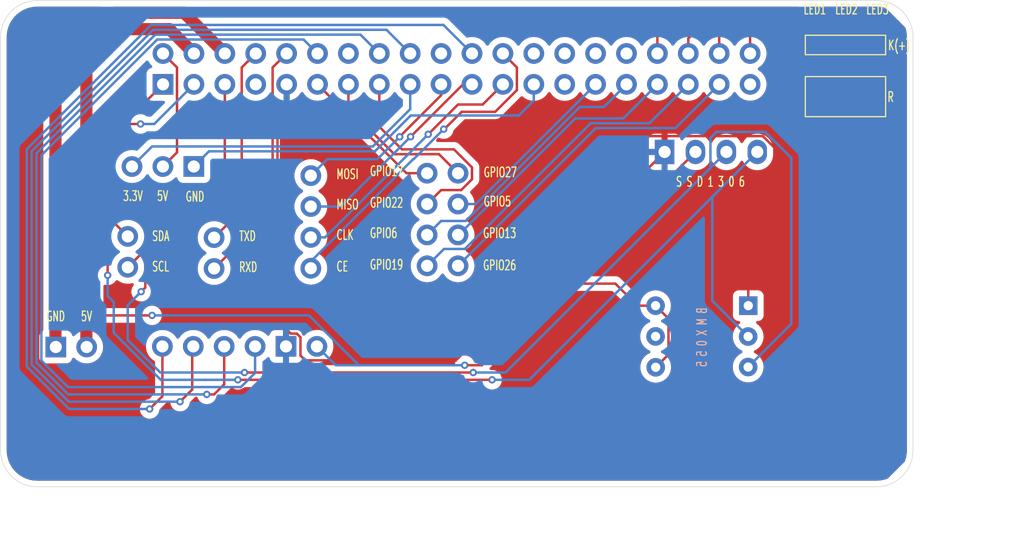
<source format=kicad_pcb>
(kicad_pcb (version 20240108) (generator "pcbnew") (generator_version "8.0")
  (layers (0 "F.Cu" signal) (31 "B.Cu" signal) (34 "B.Paste" user) (35 "F.Paste" user) (36 "B.SilkS" user "B.Silkscreen") (37 "F.SilkS" user "F.Silkscreen") (38 "B.Mask" user) (39 "F.Mask" user) (44 "Edge.Cuts" user))
  (net 0 "")
  (net 1 "/SDA")
  (net 2 "/VCC")
  (net 3 "/GND")
  (net 4 "/SCL")
  (net 5 "/GND_LED")
  (net 6 "Net-(D1-K)")
  (net 7 "Net-(D2-K)")
  (net 8 "Net-(D3-K)")
  (net 9 "/GND_IN")
  (net 10 "/5v_IN")
  (net 11 "/BIN2")
  (net 12 "/AIN1")
  (net 13 "/BIN1")
  (net 14 "/AIN2")
  (net 15 "/TXD")
  (net 16 "/RXD")
  (net 17 "/3.3V_OUT")
  (net 18 "/5V_OUT")
  (net 19 "/GND_OUT")
  (net 20 "/CE")
  (net 21 "/CLK")
  (net 22 "/MOSI")
  (net 23 "/MISO")
  (net 24 "/GP13")
  (net 25 "/GP27")
  (net 26 "/GP26")
  (net 27 "/GP17")
  (net 28 "/GP22")
  (net 29 "/GP6")
  (net 30 "/GP5")
  (net 31 "/GP19")
  (net 32 "/LED1")
  (net 33 "/LED2")
  (net 34 "/LED3")
  (footprint "Connector_PinHeader_2.54mm:PinHeader_2x04_P2.54mm_Vertical" (layer "F.Cu") (at 157.41 63.8)
    (property "Reference" "J7" (hide yes))
    (property "Value" "Conn_01x08_Pin" (hide yes))
    (pad "1" thru_hole oval (at 0 0) (size 1.7 1.7) (drill 1) (layers "*.Cu" "*.Mask") (net 27 "/GP17"))
    (pad "2" thru_hole oval (at 2.54 0) (size 1.7 1.7) (drill 1) (layers "*.Cu" "*.Mask") (net 25 "/GP27"))
    (pad "3" thru_hole oval (at 0 2.54) (size 1.7 1.7) (drill 1) (layers "*.Cu" "*.Mask") (net 28 "/GP22"))
    (pad "4" thru_hole oval (at 2.54 2.54) (size 1.7 1.7) (drill 1) (layers "*.Cu" "*.Mask") (net 30 "/GP5"))
    (pad "5" thru_hole oval (at 0 5.08) (size 1.7 1.7) (drill 1) (layers "*.Cu" "*.Mask") (net 29 "/GP6"))
    (pad "6" thru_hole oval (at 2.54 5.08) (size 1.7 1.7) (drill 1) (layers "*.Cu" "*.Mask") (net 24 "/GP13"))
    (pad "7" thru_hole oval (at 0 7.62) (size 1.7 1.7) (drill 1) (layers "*.Cu" "*.Mask") (net 31 "/GP19"))
    (pad "8" thru_hole oval (at 2.54 7.62) (size 1.7 1.7) (drill 1) (layers "*.Cu" "*.Mask") (net 26 "/GP26"))
  )
  (footprint "Connector_PinHeader_2.54mm:PinHeader_1x04_P2.54mm_Vertical" (layer "F.Cu") (at 147.85 64)
    (property "Reference" "J6" (hide yes))
    (property "Value" "Conn_01x04_Pin" (hide yes))
    (pad "1" thru_hole oval (at 0 0) (size 1.7 1.7) (drill 1) (layers "*.Cu" "*.Mask") (net 22 "/MOSI"))
    (pad "2" thru_hole oval (at 0 2.54) (size 1.7 1.7) (drill 1) (layers "*.Cu" "*.Mask") (net 23 "/MISO"))
    (pad "3" thru_hole oval (at 0 5.08) (size 1.7 1.7) (drill 1) (layers "*.Cu" "*.Mask") (net 21 "/CLK"))
    (pad "4" thru_hole oval (at 0 7.62) (size 1.7 1.7) (drill 1) (layers "*.Cu" "*.Mask") (net 20 "/CE"))
  )
  (footprint "Connector_PinHeader_2.54mm:PinHeader_1x03_P2.54mm_Vertical" (layer "F.Cu") (at 133.15 63.25 90)
    (property "Reference" "J5" (hide yes))
    (property "Value" "Conn_01x03_Pin" (hide yes))
    (pad "1" thru_hole circle (at 0 0 90) (size 1.7 1.7) (drill 1) (layers "*.Cu" "*.Mask") (net 17 "/3.3V_OUT"))
    (pad "2" thru_hole oval (at 0 2.54 90) (size 1.7 1.7) (drill 1) (layers "*.Cu" "*.Mask") (net 18 "/5V_OUT"))
    (pad "3" thru_hole rect (at 0 5.08 90) (size 1.7 1.7) (drill 1) (layers "*.Cu" "*.Mask") (net 19 "/GND_OUT"))
  )
  (footprint "SSD1306:128x64OLED" (layer "F.Cu") (at 180.55 72.65)
    (property "Reference" "Brd1" (hide yes))
    (property "Value" "SSD1306" (hide yes))
    (pad "1" thru_hole rect (at -3.62 -10.6 90) (size 2 1.6) (drill 1) (layers "*.Cu" "*.Mask") (net 3 "/GND"))
    (pad "2" thru_hole oval (at -1.08 -10.6 90) (size 2 1.6) (drill 1) (layers "*.Cu" "*.Mask") (net 2 "/VCC"))
    (pad "3" thru_hole oval (at 1.46 -10.6 90) (size 2 1.6) (drill 1) (layers "*.Cu" "*.Mask") (net 4 "/SCL"))
    (pad "4" thru_hole oval (at 4 -10.6 90) (size 2 1.6) (drill 1) (layers "*.Cu" "*.Mask") (net 1 "/SDA"))
  )
  (footprint "LED_SMD:LED_0603_1608Metric_Pad1.05x0.95mm_HandSolder" (layer "F.Cu") (at 189.21 52.425 90)
    (property "Reference" "D1" (hide yes))
    (property "Value" "LED" (hide yes))
    (pad "1" smd roundrect (at -0.875 0 90) (size 1.05 0.95) (layers "F.Cu" "F.Paste" "F.Mask") (net 6 "Net-(D1-K)"))
    (pad "2" smd roundrect (at 0.875 0 90) (size 1.05 0.95) (layers "F.Cu" "F.Paste" "F.Mask") (net 5 "/GND_LED"))
  )
  (footprint "Resistor_SMD:R_0603_1608Metric_Pad0.98x0.95mm_HandSolder" (layer "F.Cu") (at 189.2 57.5125 -90)
    (property "Reference" "R1" (hide yes))
    (property "Value" "R" (hide yes))
    (pad "1" smd roundrect (at -0.9125 0 270) (size 0.975 0.95) (layers "F.Cu" "F.Paste" "F.Mask") (net 6 "Net-(D1-K)"))
    (pad "2" smd roundrect (at 0.9125 0 270) (size 0.975 0.95) (layers "F.Cu" "F.Paste" "F.Mask") (net 32 "/LED1"))
  )
  (footprint "Connector_PinHeader_2.54mm:PinHeader_1x02_P2.54mm_Vertical" (layer "F.Cu") (at 132.8 69)
    (property "Reference" "J3" (hide yes))
    (property "Value" "Conn_01x02_Pin" (hide yes))
    (pad "1" thru_hole oval (at 0 0) (size 1.7 1.7) (drill 1) (layers "*.Cu" "*.Mask") (net 1 "/SDA"))
    (pad "2" thru_hole oval (at 0 2.54) (size 1.7 1.7) (drill 1) (layers "*.Cu" "*.Mask") (net 4 "/SCL"))
  )
  (footprint "Resistor_SMD:R_0603_1608Metric_Pad0.98x0.95mm_HandSolder" (layer "F.Cu") (at 191.8 57.5125 -90)
    (property "Reference" "R2" (hide yes))
    (property "Value" "R" (hide yes))
    (pad "1" smd roundrect (at -0.9125 0 270) (size 0.975 0.95) (layers "F.Cu" "F.Paste" "F.Mask") (net 7 "Net-(D2-K)"))
    (pad "2" smd roundrect (at 0.9125 0 270) (size 0.975 0.95) (layers "F.Cu" "F.Paste" "F.Mask") (net 33 "/LED2"))
  )
  (footprint "Resistor_SMD:R_0603_1608Metric_Pad0.98x0.95mm_HandSolder" (layer "F.Cu") (at 194.35 57.5125 -90)
    (property "Reference" "R3" (hide yes))
    (property "Value" "R" (hide yes))
    (pad "1" smd roundrect (at -0.9125 0 270) (size 0.975 0.95) (layers "F.Cu" "F.Paste" "F.Mask") (net 8 "Net-(D3-K)"))
    (pad "2" smd roundrect (at 0.9125 0 270) (size 0.975 0.95) (layers "F.Cu" "F.Paste" "F.Mask") (net 34 "/LED3"))
  )
  (footprint "LED_SMD:LED_0603_1608Metric_Pad1.05x0.95mm_HandSolder" (layer "F.Cu") (at 191.8 52.425 90)
    (property "Reference" "D2" (hide yes))
    (property "Value" "LED" (hide yes))
    (pad "1" smd roundrect (at -0.875 0 90) (size 1.05 0.95) (layers "F.Cu" "F.Paste" "F.Mask") (net 7 "Net-(D2-K)"))
    (pad "2" smd roundrect (at 0.875 0 90) (size 1.05 0.95) (layers "F.Cu" "F.Paste" "F.Mask") (net 5 "/GND_LED"))
  )
  (footprint "Connector_PinHeader_2.54mm:PinHeader_1x02_P2.54mm_Vertical" (layer "F.Cu") (at 139.9 69.1)
    (property "Reference" "J4" (hide yes))
    (property "Value" "Conn_01x02_Pin" (hide yes))
    (pad "1" thru_hole oval (at 0 0) (size 1.7 1.7) (drill 1) (layers "*.Cu" "*.Mask") (net 15 "/TXD"))
    (pad "2" thru_hole oval (at 0 2.54) (size 1.7 1.7) (drill 1) (layers "*.Cu" "*.Mask") (net 16 "/RXD"))
  )
  (footprint "LED_SMD:LED_0603_1608Metric_Pad1.05x0.95mm_HandSolder" (layer "F.Cu") (at 194.39 52.425 90)
    (property "Reference" "D3" (hide yes))
    (property "Value" "LED" (hide yes))
    (pad "1" smd roundrect (at -0.875 0 90) (size 1.05 0.95) (layers "F.Cu" "F.Paste" "F.Mask") (net 8 "Net-(D3-K)"))
    (pad "2" smd roundrect (at 0.875 0 90) (size 1.05 0.95) (layers "F.Cu" "F.Paste" "F.Mask") (net 5 "/GND_LED"))
  )
  (footprint "Connector_PinSocket_2.54mm:PinSocket_2x20_P2.54mm_Vertical" (layer "B.Cu") (at 135.7 56.49 -90)
    (property "Reference" "u1" (hide yes))
    (property "Value" "~" (hide yes))
    (pad "1" thru_hole rect (at 0 0 270) (size 1.7 1.7) (drill 1) (layers "*.Cu" "*.Mask") (net 2 "/VCC"))
    (pad "2" thru_hole oval (at -2.54 0 270) (size 1.7 1.7) (drill 1) (layers "*.Cu" "*.Mask") (net 18 "/5V_OUT"))
    (pad "3" thru_hole oval (at 0 -2.54 270) (size 1.7 1.7) (drill 1) (layers "*.Cu" "*.Mask") (net 1 "/SDA"))
    (pad "4" thru_hole oval (at -2.54 -2.54 270) (size 1.7 1.7) (drill 1) (layers "*.Cu" "*.Mask") (net 10 "/5v_IN"))
    (pad "5" thru_hole oval (at 0 -5.08 270) (size 1.7 1.7) (drill 1) (layers "*.Cu" "*.Mask") (net 4 "/SCL"))
    (pad "6" thru_hole oval (at -2.54 -5.08 270) (size 1.7 1.7) (drill 1) (layers "*.Cu" "*.Mask") (net 9 "/GND_IN"))
    (pad "7" thru_hole oval (at 0 -7.62 270) (size 1.7 1.7) (drill 1) (layers "*.Cu" "*.Mask"))
    (pad "8" thru_hole oval (at -2.54 -7.62 270) (size 1.7 1.7) (drill 1) (layers "*.Cu" "*.Mask") (net 15 "/TXD"))
    (pad "9" thru_hole oval (at 0 -10.16 270) (size 1.7 1.7) (drill 1) (layers "*.Cu" "*.Mask") (net 3 "/GND"))
    (pad "10" thru_hole oval (at -2.54 -10.16 270) (size 1.7 1.7) (drill 1) (layers "*.Cu" "*.Mask") (net 16 "/RXD"))
    (pad "11" thru_hole oval (at 0 -12.7 270) (size 1.7 1.7) (drill 1) (layers "*.Cu" "*.Mask") (net 27 "/GP17"))
    (pad "12" thru_hole oval (at -2.54 -12.7 270) (size 1.7 1.7) (drill 1) (layers "*.Cu" "*.Mask") (net 12 "/AIN1"))
    (pad "13" thru_hole oval (at 0 -15.24 270) (size 1.7 1.7) (drill 1) (layers "*.Cu" "*.Mask") (net 25 "/GP27"))
    (pad "14" thru_hole oval (at -2.54 -15.24 270) (size 1.7 1.7) (drill 1) (layers "*.Cu" "*.Mask"))
    (pad "15" thru_hole oval (at 0 -17.78 270) (size 1.7 1.7) (drill 1) (layers "*.Cu" "*.Mask") (net 28 "/GP22"))
    (pad "16" thru_hole oval (at -2.54 -17.78 270) (size 1.7 1.7) (drill 1) (layers "*.Cu" "*.Mask") (net 14 "/AIN2"))
    (pad "17" thru_hole oval (at 0 -20.32 270) (size 1.7 1.7) (drill 1) (layers "*.Cu" "*.Mask") (net 17 "/3.3V_OUT"))
    (pad "18" thru_hole oval (at -2.54 -20.32 270) (size 1.7 1.7) (drill 1) (layers "*.Cu" "*.Mask") (net 13 "/BIN1"))
    (pad "19" thru_hole oval (at 0 -22.86 270) (size 1.7 1.7) (drill 1) (layers "*.Cu" "*.Mask") (net 22 "/MOSI"))
    (pad "20" thru_hole oval (at -2.54 -22.86 270) (size 1.7 1.7) (drill 1) (layers "*.Cu" "*.Mask"))
    (pad "21" thru_hole oval (at 0 -25.4 270) (size 1.7 1.7) (drill 1) (layers "*.Cu" "*.Mask") (net 23 "/MISO"))
    (pad "22" thru_hole oval (at -2.54 -25.4 270) (size 1.7 1.7) (drill 1) (layers "*.Cu" "*.Mask") (net 11 "/BIN2"))
    (pad "23" thru_hole oval (at 0 -27.94 270) (size 1.7 1.7) (drill 1) (layers "*.Cu" "*.Mask") (net 21 "/CLK"))
    (pad "24" thru_hole oval (at -2.54 -27.94 270) (size 1.7 1.7) (drill 1) (layers "*.Cu" "*.Mask") (net 20 "/CE"))
    (pad "25" thru_hole oval (at 0 -30.48 270) (size 1.7 1.7) (drill 1) (layers "*.Cu" "*.Mask") (net 19 "/GND_OUT"))
    (pad "26" thru_hole oval (at -2.54 -30.48 270) (size 1.7 1.7) (drill 1) (layers "*.Cu" "*.Mask"))
    (pad "27" thru_hole oval (at 0 -33.02 270) (size 1.7 1.7) (drill 1) (layers "*.Cu" "*.Mask"))
    (pad "28" thru_hole oval (at -2.54 -33.02 270) (size 1.7 1.7) (drill 1) (layers "*.Cu" "*.Mask"))
    (pad "29" thru_hole oval (at 0 -35.56 270) (size 1.7 1.7) (drill 1) (layers "*.Cu" "*.Mask") (net 30 "/GP5"))
    (pad "30" thru_hole oval (at -2.54 -35.56 270) (size 1.7 1.7) (drill 1) (layers "*.Cu" "*.Mask"))
    (pad "31" thru_hole oval (at 0 -38.1 270) (size 1.7 1.7) (drill 1) (layers "*.Cu" "*.Mask") (net 29 "/GP6"))
    (pad "32" thru_hole oval (at -2.54 -38.1 270) (size 1.7 1.7) (drill 1) (layers "*.Cu" "*.Mask"))
    (pad "33" thru_hole oval (at 0 -40.64 270) (size 1.7 1.7) (drill 1) (layers "*.Cu" "*.Mask") (net 24 "/GP13"))
    (pad "34" thru_hole oval (at -2.54 -40.64 270) (size 1.7 1.7) (drill 1) (layers "*.Cu" "*.Mask") (net 5 "/GND_LED"))
    (pad "35" thru_hole oval (at 0 -43.18 270) (size 1.7 1.7) (drill 1) (layers "*.Cu" "*.Mask") (net 31 "/GP19"))
    (pad "36" thru_hole oval (at -2.54 -43.18 270) (size 1.7 1.7) (drill 1) (layers "*.Cu" "*.Mask") (net 32 "/LED1"))
    (pad "37" thru_hole oval (at 0 -45.72 270) (size 1.7 1.7) (drill 1) (layers "*.Cu" "*.Mask") (net 26 "/GP26"))
    (pad "38" thru_hole oval (at -2.54 -45.72 270) (size 1.7 1.7) (drill 1) (layers "*.Cu" "*.Mask") (net 33 "/LED2"))
    (pad "39" thru_hole oval (at 0 -48.26 270) (size 1.7 1.7) (drill 1) (layers "*.Cu" "*.Mask"))
    (pad "40" thru_hole oval (at -2.54 -48.26 270) (size 1.7 1.7) (drill 1) (layers "*.Cu" "*.Mask") (net 34 "/LED3"))
  )
  (footprint "my_foot:BMX055" (layer "B.Cu") (at 182 75.24 180)
    (property "Reference" "BMX055" (hide yes))
    (property "Value" "~" (hide yes))
    (pad "1" thru_hole rect (at -1.81 0.54 180) (size 1.524 1.524) (drill 0.762) (layers "*.Cu" "*.Mask"))
    (pad "2" thru_hole circle (at -1.8 -2 180) (size 1.524 1.524) (drill 0.762) (layers "*.Cu" "*.Mask"))
    (pad "3" thru_hole circle (at -1.8 -4.51 180) (size 1.524 1.524) (drill 0.762) (layers "*.Cu" "*.Mask"))
    (pad "4" thru_hole circle (at 5.81 0.54 180) (size 1.524 1.524) (drill 0.762) (layers "*.Cu" "*.Mask"))
    (pad "5" thru_hole circle (at 5.81 -1.99 180) (size 1.524 1.524) (drill 0.762) (layers "*.Cu" "*.Mask"))
    (pad "6" thru_hole circle (at 5.8 -4.53 180) (size 1.524 1.524) (drill 0.762) (layers "*.Cu" "*.Mask"))
  )
  (footprint "Connector_PinHeader_2.54mm:PinHeader_1x02_P2.54mm_Vertical" (layer "B.Cu") (at 129.425 78.1 90)
    (property "Reference" "J1" (hide yes))
    (property "Value" "Conn_01x02_Pin" (hide yes))
    (pad "1" thru_hole circle (at 0 0 90) (size 1.7 1.7) (drill 1) (layers "*.Cu" "*.Mask") (net 10 "/5v_IN"))
    (pad "2" thru_hole rect (at 0 -2.54 90) (size 1.7 1.7) (drill 1) (layers "*.Cu" "*.Mask") (net 9 "/GND_IN"))
  )
  (footprint "Connector_PinHeader_2.54mm:PinHeader_1x06_P2.54mm_Vertical" (layer "B.Cu") (at 135.65 78.05 -90)
    (property "Reference" "J2" (hide yes))
    (property "Value" "Conn_01x06_Pin" (hide yes))
    (pad "1" thru_hole circle (at 0 0 270) (size 1.7 1.7) (drill 1) (layers "*.Cu" "*.Mask") (net 11 "/BIN2"))
    (pad "2" thru_hole oval (at 0 -2.54 270) (size 1.7 1.7) (drill 1) (layers "*.Cu" "*.Mask") (net 13 "/BIN1"))
    (pad "3" thru_hole oval (at 0 -5.08 270) (size 1.7 1.7) (drill 1) (layers "*.Cu" "*.Mask") (net 14 "/AIN2"))
    (pad "4" thru_hole oval (at 0 -7.62 270) (size 1.7 1.7) (drill 1) (layers "*.Cu" "*.Mask") (net 12 "/AIN1"))
    (pad "5" thru_hole rect (at 0 -10.16 270) (size 1.7 1.7) (drill 1) (layers "*.Cu" "*.Mask") (net 3 "/GND"))
    (pad "6" thru_hole oval (at 0 -12.7 270) (size 1.7 1.7) (drill 1) (layers "*.Cu" "*.Mask") (net 2 "/VCC"))
  )
  (gr_rect (start 188.5 55.85) (end 195.1 59.15) (stroke (width 0.1)) (fill none) (layer "F.SilkS"))
  (gr_rect (start 188.5 52.45) (end 195.1 54.05) (stroke (width 0.1)) (fill none) (layer "F.SilkS"))
  (gr_line (start 197.35 52.6) (end 197.35 86.6) (stroke (width 0.05)) (layer "Edge.Cuts"))
  (gr_line (start 125.35 49.6) (end 194.35 49.6) (stroke (width 0.05)) (layer "Edge.Cuts"))
  (gr_arc (start 122.35 52.6) (mid 123.22868 50.47868) (end 125.35 49.6) (stroke (width 0.05)) (layer "Edge.Cuts"))
  (gr_arc (start 125.35 89.6) (mid 123.22868 88.72132) (end 122.35 86.6) (stroke (width 0.05)) (layer "Edge.Cuts"))
  (gr_arc (start 194.35 49.6) (mid 196.47132 50.47868) (end 197.35 52.6) (stroke (width 0.05)) (layer "Edge.Cuts"))
  (gr_line (start 194.35 89.6) (end 125.35 89.6) (stroke (width 0.05)) (layer "Edge.Cuts"))
  (gr_arc (start 197.35 86.6) (mid 196.47132 88.72132) (end 194.35 89.6) (stroke (width 0.05)) (layer "Edge.Cuts"))
  (gr_line (start 122.35 86.6) (end 122.35 52.6) (stroke (width 0.05)) (layer "Edge.Cuts"))
  (gr_text "B M X 0 5 5" (at 180 77.3 -270) (layer "B.SilkS") (effects (font (size 0.8 0.5) (thickness 0.1) (bold yes)) (justify mirror)))
  (gr_text "GPIO6" (at 152.65 69.2 0) (layer "F.SilkS") (effects (font (size 0.8 0.5) (thickness 0.1)) (justify left bottom)))
  (gr_text "LED2" (at 190.9 50.8 0) (layer "F.SilkS") (effects (font (size 0.8 0.5) (thickness 0.1)) (justify left bottom)))
  (gr_text "RXD" (at 141.9 72 0) (layer "F.SilkS") (effects (font (size 0.8 0.5) (thickness 0.1)) (justify left bottom)))
  (gr_text "3.3V" (at 132.35 66.15 0) (layer "F.SilkS") (effects (font (size 0.8 0.5) (thickness 0.1)) (justify left bottom)))
  (gr_text "5V" (at 128.9 76.05 0) (layer "F.SilkS") (effects (font (size 0.8 0.5) (thickness 0.1)) (justify left bottom)))
  (gr_text "GPIO19" (at 152.65 71.8 0) (layer "F.SilkS") (effects (font (size 0.8 0.5) (thickness 0.1)) (justify left bottom)))
  (gr_text "MOSI" (at 149.9 64.35 0) (layer "F.SilkS") (effects (font (size 0.8 0.5) (thickness 0.1)) (justify left bottom)))
  (gr_text "SCL" (at 134.75 71.95 0) (layer "F.SilkS") (effects (font (size 0.8 0.5) (thickness 0.1)) (justify left bottom)))
  (gr_text "K(+)" (at 195.25 53.75 0) (layer "F.SilkS") (effects (font (size 0.8 0.5) (thickness 0.1)) (justify left bottom)))
  (gr_text "MISO" (at 149.9 66.85 0) (layer "F.SilkS") (effects (font (size 0.8 0.5) (thickness 0.1)) (justify left bottom)))
  (gr_text "LED1" (at 188.3 50.8 0) (layer "F.SilkS") (effects (font (size 0.8 0.5) (thickness 0.1)) (justify left bottom)))
  (gr_text "CE" (at 149.9 71.95 0) (layer "F.SilkS") (effects (font (size 0.8 0.5) (thickness 0.1)) (justify left bottom)))
  (gr_text "GPIO17" (at 152.65 64.1 0) (layer "F.SilkS") (effects (font (size 0.8 0.5) (thickness 0.1)) (justify left bottom)))
  (gr_text "GND" (at 137.5 66.2 0) (layer "F.SilkS") (effects (font (size 0.8 0.5) (thickness 0.1)) (justify left bottom)))
  (gr_text "SDA" (at 134.75 69.45 0) (layer "F.SilkS") (effects (font (size 0.8 0.5) (thickness 0.1)) (justify left bottom)))
  (gr_text "GPIO5" (at 162 66.6 0) (layer "F.SilkS") (effects (font (size 0.8 0.5) (thickness 0.1)) (justify left bottom)))
  (gr_text "GND" (at 126.05 76.05 0) (layer "F.SilkS") (effects (font (size 0.8 0.5) (thickness 0.1)) (justify left bottom)))
  (gr_text "GPIO22" (at 152.65 66.7 0) (layer "F.SilkS") (effects (font (size 0.8 0.5) (thickness 0.1)) (justify left bottom)))
  (gr_text "LED3" (at 193.45 50.8 0) (layer "F.SilkS") (effects (font (size 0.8 0.5) (thickness 0.1)) (justify left bottom)))
  (gr_text "TXD" (at 141.9 69.45 0) (layer "F.SilkS") (effects (font (size 0.8 0.5) (thickness 0.1)) (justify left bottom)))
  (gr_text "S S D 1 3 0 6" (at 180.7 64.5 0) (layer "F.SilkS") (effects (font (size 0.8 0.5) (thickness 0.1) (bold yes))))
  (gr_text "GPIO27" (at 162 64.2 0) (layer "F.SilkS") (effects (font (size 0.8 0.5) (thickness 0.1)) (justify left bottom)))
  (gr_text "R" (at 195.2 58 0) (layer "F.SilkS") (effects (font (size 0.8 0.5) (thickness 0.1)) (justify left bottom)))
  (gr_text "GPIO13" (at 161.95 69.2 0) (layer "F.SilkS") (effects (font (size 0.8 0.5) (thickness 0.1)) (justify left bottom)))
  (gr_text "GPIO26" (at 161.95 71.85 0) (layer "F.SilkS") (effects (font (size 0.8 0.5) (thickness 0.1)) (justify left bottom)))
  (gr_text "5V" (at 135.15 66.15 0) (layer "F.SilkS") (effects (font (size 0.8 0.5) (thickness 0.1)) (justify left bottom)))
  (gr_text "CLK" (at 149.9 69.35 0) (layer "F.SilkS") (effects (font (size 0.8 0.5) (thickness 0.1)) (justify left bottom)))
  (segment (start 162.75 80.8) (end 141.853009 80.8) (width 0.2) (layer "F.Cu") (net 1))
  (segment (start 130.752843 62.002843) (end 132.027843 60.727843) (width 0.2) (layer "F.Cu") (net 1))
  (segment (start 133.005686 59.75) (end 133.85 59.75) (width 0.2) (layer "F.Cu") (net 1))
  (segment (start 131.15 68) (end 131.475 67.675) (width 0.2) (layer "F.Cu") (net 1))
  (segment (start 131.15 72.2) (end 131.15 68) (width 0.2) (layer "F.Cu") (net 1))
  (segment (start 130.752843 66.952843) (end 130.752843 62.002843) (width 0.2) (layer "F.Cu") (net 1))
  (segment (start 131.475 67.675) (end 130.752843 66.952843) (width 0.2) (layer "F.Cu") (net 1))
  (segment (start 141.853009 80.8) (end 141.85224 80.799231) (width 0.2) (layer "F.Cu") (net 1))
  (segment (start 132.027843 60.727843) (end 133.005686 59.75) (width 0.2) (layer "F.Cu") (net 1))
  (segment (start 132.8 69) (end 131.475 67.675) (width 0.2) (layer "F.Cu") (net 1))
  (via (at 131.15 72.2) (size 0.6) (drill 0.3) (layers "F.Cu" "B.Cu") (net 1))
  (via (at 162.75 80.8) (size 0.6) (drill 0.3) (layers "F.Cu" "B.Cu") (net 1))
  (via (at 141.85224 80.799231) (size 0.6) (drill 0.3) (layers "F.Cu" "B.Cu") (net 1))
  (via (at 133.85 59.75) (size 0.6) (drill 0.3) (layers "F.Cu" "B.Cu") (net 1))
  (segment (start 139.171961 80.800981) (end 139.17098 80.8) (width 0.2) (layer "B.Cu") (net 1))
  (segment (start 139.172942 80.8) (end 139.171961 80.800981) (width 0.2) (layer "B.Cu") (net 1))
  (segment (start 181.6 65) (end 180.85 65.75) (width 0.2) (layer "B.Cu") (net 1))
  (segment (start 139.17098 80.8) (end 135.514315 80.8) (width 0.2) (layer "B.Cu") (net 1))
  (segment (start 180.85 74.29) (end 183.8 77.24) (width 0.2) (layer "B.Cu") (net 1))
  (segment (start 131.65 74.4) (end 131.15 73.9) (width 0.2) (layer "B.Cu") (net 1))
  (segment (start 131.15 73.9) (end 131.15 72.2) (width 0.2) (layer "B.Cu") (net 1))
  (segment (start 141.85224 80.799231) (end 141.851471 80.8) (width 0.2) (layer "B.Cu") (net 1))
  (segment (start 134.98 59.75) (end 138.24 56.49) (width 0.2) (layer "B.Cu") (net 1))
  (segment (start 141.851471 80.8) (end 139.172942 80.8) (width 0.2) (layer "B.Cu") (net 1))
  (segment (start 135.514315 80.8) (end 131.65 76.935686) (width 0.2) (layer "B.Cu") (net 1))
  (segment (start 181.6 65) (end 166.2 80.4) (width 0.2) (layer "B.Cu") (net 1))
  (segment (start 133.85 59.75) (end 134.98 59.75) (width 0.2) (layer "B.Cu") (net 1))
  (segment (start 166.2 80.4) (end 165.8 80.8) (width 0.2) (layer "B.Cu") (net 1))
  (segment (start 184.55 62.05) (end 181.6 65) (width 0.2) (layer "B.Cu") (net 1))
  (segment (start 180.85 65.75) (end 180.85 74.29) (width 0.2) (layer "B.Cu") (net 1))
  (segment (start 131.65 76.935686) (end 131.65 74.4) (width 0.2) (layer "B.Cu") (net 1))
  (segment (start 165.8 80.8) (end 162.75 80.8) (width 0.2) (layer "B.Cu") (net 1))
  (segment (start 133.5 75.5) (end 134.8 75.5) (width 0.2) (layer "F.Cu") (net 2))
  (segment (start 168.635 72.885) (end 172.885 72.885) (width 0.2) (layer "F.Cu") (net 2))
  (segment (start 160.571982 79.6) (end 160.5 79.6) (width 0.2) (layer "F.Cu") (net 2))
  (segment (start 172.885 72.885) (end 174.7 74.7) (width 0.2) (layer "F.Cu") (net 2))
  (segment (start 176.19 74.7) (end 177.252 75.762) (width 0.2) (layer "F.Cu") (net 2))
  (segment (start 135.7 56.49) (end 130.2 61.99) (width 0.2) (layer "F.Cu") (net 2))
  (segment (start 179.47 62.05) (end 168.635 72.885) (width 0.2) (layer "F.Cu") (net 2))
  (segment (start 130.2 74.75) (end 130.2 75.1) (width 0.2) (layer "F.Cu") (net 2))
  (segment (start 177.252 78.718) (end 176.2 79.77) (width 0.2) (layer "F.Cu") (net 2))
  (segment (start 168.635 72.885) (end 161.92 79.6) (width 0.2) (layer "F.Cu") (net 2))
  (segment (start 130.2 75.1) (end 130.6 75.5) (width 0.2) (layer "F.Cu") (net 2))
  (segment (start 130.2 61.99) (end 130.2 74.75) (width 0.2) (layer "F.Cu") (net 2))
  (segment (start 130.9 75.5) (end 133.5 75.5) (width 0.2) (layer "F.Cu") (net 2))
  (segment (start 174.7 74.7) (end 176.19 74.7) (width 0.2) (layer "F.Cu") (net 2))
  (segment (start 177.252 75.762) (end 177.252 78.718) (width 0.2) (layer "F.Cu") (net 2))
  (segment (start 161.92 79.6) (end 160.571982 79.6) (width 0.2) (layer "F.Cu") (net 2))
  (segment (start 130.6 75.5) (end 130.9 75.5) (width 0.2) (layer "F.Cu") (net 2))
  (via (at 134.8 75.5) (size 0.6) (drill 0.3) (layers "F.Cu" "B.Cu") (net 2))
  (via (at 160.5 79.6) (size 0.6) (drill 0.3) (layers "F.Cu" "B.Cu") (net 2))
  (segment (start 149.9 79.6) (end 148.35 78.05) (width 0.2) (layer "B.Cu") (net 2))
  (segment (start 160.5 79.6) (end 151.8 79.6) (width 0.2) (layer "B.Cu") (net 2))
  (segment (start 134.8 75.5) (end 147.7 75.5) (width 0.2) (layer "B.Cu") (net 2))
  (segment (start 147.7 75.5) (end 151.8 79.6) (width 0.2) (layer "B.Cu") (net 2))
  (segment (start 151.8 79.6) (end 149.9 79.6) (width 0.2) (layer "B.Cu") (net 2))
  (segment (start 145.81 76.61) (end 146.2 77) (width 0.2) (layer "F.Cu") (net 3))
  (segment (start 145.86 58.9) (end 145.11 59.65) (width 0.2) (layer "F.Cu") (net 3))
  (segment (start 146.7 77) (end 147 77.3) (width 0.2) (layer "F.Cu") (net 3))
  (segment (start 145.11 75.91) (end 145.81 76.61) (width 0.2) (layer "F.Cu") (net 3))
  (segment (start 147.4 79.2) (end 147 78.8) (width 0.2) (layer "F.Cu") (net 3))
  (segment (start 173.59 65.39) (end 159.78 79.2) (width 0.2) (layer "F.Cu") (net 3))
  (segment (start 175.1 60.75) (end 185.005635 60.75) (width 0.2) (layer "F.Cu") (net 3))
  (segment (start 145.81 76.61) (end 145.81 78.05) (width 0.2) (layer "F.Cu") (net 3))
  (segment (start 176.93 62.05) (end 173.59 65.39) (width 0.2) (layer "F.Cu") (net 3))
  (segment (start 145.86 56.49) (end 145.86 58.9) (width 0.2) (layer "F.Cu") (net 3))
  (segment (start 146.2 77) (end 146.7 77) (width 0.2) (layer "F.Cu") (net 3))
  (segment (start 173.59 65.39) (end 173.615 65.365) (width 0.2) (layer "F.Cu") (net 3))
  (segment (start 186.85 67.75) (end 183.81 70.79) (width 0.2) (layer "F.Cu") (net 3))
  (segment (start 183.81 70.79) (end 183.81 74.7) (width 0.2) (layer "F.Cu") (net 3))
  (segment (start 147 77.3) (end 147 78.8) (width 0.2) (layer "F.Cu") (net 3))
  (segment (start 173.615 65.365) (end 173.615 62.235) (width 0.2) (layer "F.Cu") (net 3))
  (segment (start 159.78 79.2) (end 147.4 79.2) (width 0.2) (layer "F.Cu") (net 3))
  (segment (start 145.11 59.65) (end 145.11 75.91) (width 0.2) (layer "F.Cu") (net 3))
  (segment (start 186.85 62.594365) (end 186.85 67.75) (width 0.2) (layer "F.Cu") (net 3))
  (segment (start 185.005635 60.75) (end 186.85 62.594365) (width 0.2) (layer "F.Cu") (net 3))
  (segment (start 173.615 62.235) (end 175.1 60.75) (width 0.2) (layer "F.Cu") (net 3))
  (segment (start 140.78 60.37) (end 140.78 56.49) (width 0.2) (layer "F.Cu") (net 4))
  (segment (start 134.245 70.095) (end 140.78 63.56) (width 0.2) (layer "F.Cu") (net 4))
  (segment (start 133.9 73.55) (end 134.245 73.205) (width 0.2) (layer "F.Cu") (net 4))
  (segment (start 134.245 73.205) (end 134.245 70.095) (width 0.2) (layer "F.Cu") (net 4))
  (segment (start 161.2 80.2) (end 142.4 80.2) (width 0.2) (layer "F.Cu") (net 4))
  (segment (start 132.8 71.54) (end 134.245 70.095) (width 0.2) (layer "F.Cu") (net 4))
  (segment (start 140.78 63.56) (end 140.78 60.37) (width 0.2) (layer "F.Cu") (net 4))
  (via (at 142.4 80.2) (size 0.6) (drill 0.3) (layers "F.Cu" "B.Cu") (net 4))
  (via (at 133.9 73.55) (size 0.6) (drill 0.3) (layers "F.Cu" "B.Cu") (net 4))
  (via (at 161.2 80.2) (size 0.6) (drill 0.3) (layers "F.Cu" "B.Cu") (net 4))
  (segment (start 181.2 60.4) (end 185.2 60.4) (width 0.2) (layer "B.Cu") (net 4))
  (segment (start 180.03 64.03) (end 164.06 80) (width 0.2) (layer "B.Cu") (net 4))
  (segment (start 142.4 80.2) (end 135.48 80.2) (width 0.2) (layer "B.Cu") (net 4))
  (segment (start 182.01 62.05) (end 180.03 64.03) (width 0.2) (layer "B.Cu") (net 4))
  (segment (start 180.7 60.9) (end 181.2 60.4) (width 0.2) (layer "B.Cu") (net 4))
  (segment (start 135.48 80.2) (end 132.8 77.52) (width 0.2) (layer "B.Cu") (net 4))
  (segment (start 187.35 62.55) (end 187.35 76.2) (width 0.2) (layer "B.Cu") (net 4))
  (segment (start 187.35 76.2) (end 183.8 79.75) (width 0.2) (layer "B.Cu") (net 4))
  (segment (start 180.03 64.03) (end 180.7 63.36) (width 0.2) (layer "B.Cu") (net 4))
  (segment (start 180.7 63.36) (end 180.7 60.9) (width 0.2) (layer "B.Cu") (net 4))
  (segment (start 185.2 60.4) (end 187.35 62.55) (width 0.2) (layer "B.Cu") (net 4))
  (segment (start 163.86 80.2) (end 161.2 80.2) (width 0.2) (layer "B.Cu") (net 4))
  (segment (start 132.8 74.65) (end 133.9 73.55) (width 0.2) (layer "B.Cu") (net 4))
  (segment (start 132.8 77.52) (end 132.8 74.65) (width 0.2) (layer "B.Cu") (net 4))
  (segment (start 164.06 80) (end 163.86 80.2) (width 0.2) (layer "B.Cu") (net 4))
  (segment (start 187.85 50.2) (end 189.2 51.55) (width 0.2) (layer "F.Cu") (net 5))
  (segment (start 189.21 51.55) (end 191.8 51.55) (width 0.2) (layer "F.Cu") (net 5))
  (segment (start 189.2 51.55) (end 189.21 51.55) (width 0.2) (layer "F.Cu") (net 5))
  (segment (start 178.3 50.2) (end 187.85 50.2) (width 0.2) (layer "F.Cu") (net 5))
  (segment (start 176.34 52.16) (end 178.3 50.2) (width 0.2) (layer "F.Cu") (net 5))
  (segment (start 191.8 51.55) (end 194.39 51.55) (width 0.2) (layer "F.Cu") (net 5))
  (segment (start 176.34 53.95) (end 176.34 52.16) (width 0.2) (layer "F.Cu") (net 5))
  (segment (start 189.21 56.59) (end 189.2 56.6) (width 0.2) (layer "F.Cu") (net 6))
  (segment (start 189.21 53.3) (end 189.21 56.59) (width 0.2) (layer "F.Cu") (net 6))
  (segment (start 191.8 53.3) (end 191.8 56.6) (width 0.2) (layer "F.Cu") (net 7))
  (segment (start 194.39 53.3) (end 194.39 56.56) (width 0.2) (layer "F.Cu") (net 8))
  (segment (start 194.39 56.56) (end 194.35 56.6) (width 0.2) (layer "F.Cu") (net 8))
  (segment (start 137.43 50.6) (end 140.78 53.95) (width 1) (layer "F.Cu") (net 9))
  (segment (start 126.86 78.05) (end 126.86 55.54) (width 1) (layer "F.Cu") (net 9))
  (segment (start 126.86 55.54) (end 131.8 50.6) (width 1) (layer "F.Cu") (net 9))
  (segment (start 131.8 50.6) (end 137.43 50.6) (width 1) (layer "F.Cu") (net 9))
  (segment (start 129.4 78.05) (end 129.4 54.9) (width 1) (layer "F.Cu") (net 10))
  (segment (start 132.35 51.95) (end 136.24 51.95) (width 1) (layer "F.Cu") (net 10))
  (segment (start 129.4 54.9) (end 132.35 51.95) (width 1) (layer "F.Cu") (net 10))
  (segment (start 136.24 51.95) (end 138.24 53.95) (width 1) (layer "F.Cu") (net 10))
  (segment (start 135.65 82.15) (end 134.6 83.2) (width 0.2) (layer "F.Cu") (net 11))
  (segment (start 135.65 78.05) (end 135.65 82.15) (width 0.2) (layer "F.Cu") (net 11))
  (via (at 134.6 83.2) (size 0.6) (drill 0.3) (layers "F.Cu" "B.Cu") (net 11))
  (segment (start 127.987944 83.2) (end 124.5 79.712056) (width 0.2) (layer "B.Cu") (net 11))
  (segment (start 158.75 51.6) (end 161.1 53.95) (width 0.2) (layer "B.Cu") (net 11))
  (segment (start 124.5 79.712056) (end 124.5 61.826596) (width 0.2) (layer "B.Cu") (net 11))
  (segment (start 134.726599 51.6) (end 158.75 51.6) (width 0.2) (layer "B.Cu") (net 11))
  (segment (start 134.6 83.2) (end 127.987944 83.2) (width 0.2) (layer "B.Cu") (net 11))
  (segment (start 124.5 61.826596) (end 134.726599 51.6) (width 0.2) (layer "B.Cu") (net 11))
  (segment (start 143.27 80.23) (end 143.27 78.05) (width 0.2) (layer "B.Cu") (net 12))
  (segment (start 147.25 52.8) (end 135.223654 52.8) (width 0.2) (layer "B.Cu") (net 12))
  (segment (start 148.4 53.95) (end 147.25 52.8) (width 0.2) (layer "B.Cu") (net 12))
  (segment (start 125.7 62.323654) (end 125.7 79.215) (width 0.2) (layer "B.Cu") (net 12))
  (segment (start 127.885 81.4) (end 142.1 81.4) (width 0.2) (layer "B.Cu") (net 12))
  (segment (start 125.7 79.215) (end 127.885 81.4) (width 0.2) (layer "B.Cu") (net 12))
  (segment (start 135.223654 52.8) (end 125.7 62.323654) (width 0.2) (layer "B.Cu") (net 12))
  (segment (start 142.1 81.4) (end 143.27 80.23) (width 0.2) (layer "B.Cu") (net 12))
  (segment (start 138.1 81.6) (end 137.1 82.6) (width 0.2) (layer "F.Cu") (net 13))
  (segment (start 138.1 78.14) (end 138.1 81.6) (width 0.2) (layer "F.Cu") (net 13))
  (segment (start 138.19 78.05) (end 138.1 78.14) (width 0.2) (layer "F.Cu") (net 13))
  (via (at 137.1 82.6) (size 0.6) (drill 0.3) (layers "F.Cu" "B.Cu") (net 13))
  (segment (start 124.9 79.54637) (end 124.9 61.992282) (width 0.2) (layer "B.Cu") (net 13))
  (segment (start 127.953628 82.6) (end 124.9 79.54637) (width 0.2) (layer "B.Cu") (net 13))
  (segment (start 124.9 61.992282) (end 134.892284 52) (width 0.2) (layer "B.Cu") (net 13))
  (segment (start 154.07 52) (end 156.02 53.95) (width 0.2) (layer "B.Cu") (net 13))
  (segment (start 137.1 82.6) (end 127.953628 82.6) (width 0.2) (layer "B.Cu") (net 13))
  (segment (start 134.892284 52) (end 154.07 52) (width 0.2) (layer "B.Cu") (net 13))
  (segment (start 139.9 82) (end 139.3 82) (width 0.2) (layer "F.Cu") (net 14))
  (segment (start 140.73 78.05) (end 140.73 81.17) (width 0.2) (layer "F.Cu") (net 14))
  (segment (start 140.73 81.17) (end 139.9 82) (width 0.2) (layer "F.Cu") (net 14))
  (via (at 139.3 82) (size 0.6) (drill 0.3) (layers "F.Cu" "B.Cu") (net 14))
  (segment (start 125.3 79.380685) (end 125.3 62.157968) (width 0.2) (layer "B.Cu") (net 14))
  (segment (start 139.3 82) (end 127.919314 82) (width 0.2) (layer "B.Cu") (net 14))
  (segment (start 135.057969 52.4) (end 151.93 52.4) (width 0.2) (layer "B.Cu") (net 14))
  (segment (start 151.93 52.4) (end 153.48 53.95) (width 0.2) (layer "B.Cu") (net 14))
  (segment (start 127.919314 82) (end 125.3 79.380685) (width 0.2) (layer "B.Cu") (net 14))
  (segment (start 125.3 62.157968) (end 135.057969 52.4) (width 0.2) (layer "B.Cu") (net 14))
  (segment (start 142.17 66.83) (end 142.17 55.1) (width 0.2) (layer "F.Cu") (net 15))
  (segment (start 139.9 69.1) (end 142.17 66.83) (width 0.2) (layer "F.Cu") (net 15))
  (segment (start 142.17 55.1) (end 143.32 53.95) (width 0.2) (layer "F.Cu") (net 15))
  (segment (start 139.9 71.64) (end 144.71 66.83) (width 0.2) (layer "F.Cu") (net 16))
  (segment (start 144.71 55.1) (end 145.86 53.95) (width 0.2) (layer "F.Cu") (net 16))
  (segment (start 144.71 66.83) (end 144.71 55.1) (width 0.2) (layer "F.Cu") (net 16))
  (segment (start 156.02 58.53) (end 156.02 56.49) (width 0.2) (layer "B.Cu") (net 17))
  (segment (start 134.8 61.6) (end 152.95 61.6) (width 0.2) (layer "B.Cu") (net 17))
  (segment (start 152.95 61.6) (end 156.02 58.53) (width 0.2) (layer "B.Cu") (net 17))
  (segment (start 133.15 63.25) (end 134.8 61.6) (width 0.2) (layer "B.Cu") (net 17))
  (segment (start 135.69 63.25) (end 136.85 62.09) (width 0.2) (layer "F.Cu") (net 18))
  (segment (start 136.85 55.1) (end 135.7 53.95) (width 0.2) (layer "F.Cu") (net 18))
  (segment (start 136.85 62.09) (end 136.85 55.1) (width 0.2) (layer "F.Cu") (net 18))
  (segment (start 153.115686 62) (end 156.065686 59.05) (width 0.2) (layer "B.Cu") (net 19))
  (segment (start 139.48 62) (end 153.115686 62) (width 0.2) (layer "B.Cu") (net 19))
  (segment (start 166.18 57.82) (end 166.18 56.49) (width 0.2) (layer "B.Cu") (net 19))
  (segment (start 156.065686 59.05) (end 164.95 59.05) (width 0.2) (layer "B.Cu") (net 19))
  (segment (start 138.23 63.25) (end 139.48 62) (width 0.2) (layer "B.Cu") (net 19))
  (segment (start 164.95 59.05) (end 166.18 57.82) (width 0.2) (layer "B.Cu") (net 19))
  (segment (start 158.825735 60.174265) (end 160.25 58.75) (width 0.2) (layer "F.Cu") (net 20))
  (segment (start 160.25 58.75) (end 163.006346 58.75) (width 0.2) (layer "F.Cu") (net 20))
  (segment (start 158.774265 60.174265) (end 158.825735 60.174265) (width 0.2) (layer "F.Cu") (net 20))
  (segment (start 163.006346 58.75) (end 164.79 56.966346) (width 0.2) (layer "F.Cu") (net 20))
  (segment (start 164.79 56.966346) (end 164.79 55.1) (width 0.2) (layer "F.Cu") (net 20))
  (segment (start 164.79 55.1) (end 163.64 53.95) (width 0.2) (layer "F.Cu") (net 20))
  (via (at 158.774265 60.174265) (size 0.6) (drill 0.3) (layers "F.Cu" "B.Cu") (net 20))
  (segment (start 147.85 71.62) (end 147.85 71.06) (width 0.2) (layer "B.Cu") (net 20))
  (segment (start 156.26 62.65) (end 156.29853 62.65) (width 0.2) (layer "B.Cu") (net 20))
  (segment (start 147.85 71.06) (end 156.26 62.65) (width 0.2) (layer "B.Cu") (net 20))
  (segment (start 156.29853 62.65) (end 158.774265 60.174265) (width 0.2) (layer "B.Cu") (net 20))
  (segment (start 157.5 60.6) (end 159.95 58.15) (width 0.2) (layer "F.Cu") (net 21))
  (segment (start 159.95 58.15) (end 161.98 58.15) (width 0.2) (layer "F.Cu") (net 21))
  (segment (start 161.98 58.15) (end 163.64 56.49) (width 0.2) (layer "F.Cu") (net 21))
  (via (at 157.5 60.6) (size 0.6) (drill 0.3) (layers "F.Cu" "B.Cu") (net 21))
  (segment (start 147.85 69.08) (end 149.02 69.08) (width 0.2) (layer "B.Cu") (net 21))
  (segment (start 149.02 69.08) (end 157.5 60.6) (width 0.2) (layer "B.Cu") (net 21))
  (segment (start 158.56 57.39) (end 158.56 56.49) (width 0.2) (layer "F.Cu") (net 22))
  (segment (start 155.156373 60.807843) (end 155.156373 60.793627) (width 0.2) (layer "F.Cu") (net 22))
  (segment (start 155.156373 60.793627) (end 158.56 57.39) (width 0.2) (layer "F.Cu") (net 22))
  (via (at 155.156373 60.807843) (size 0.6) (drill 0.3) (layers "F.Cu" "B.Cu") (net 22))
  (segment (start 147.85 64) (end 149.2 62.65) (width 0.2) (layer "B.Cu") (net 22))
  (segment (start 149.2 62.65) (end 153.314216 62.65) (width 0.2) (layer "B.Cu") (net 22))
  (segment (start 153.314216 62.65) (end 155.156373 60.807843) (width 0.2) (layer "B.Cu") (net 22))
  (segment (start 156.05 60.8) (end 160.36 56.49) (width 0.2) (layer "F.Cu") (net 23))
  (segment (start 160.36 56.49) (end 161.1 56.49) (width 0.2) (layer "F.Cu") (net 23))
  (via (at 156.05 60.8) (size 0.6) (drill 0.3) (layers "F.Cu" "B.Cu") (net 23))
  (segment (start 147.85 66.54) (end 150.31 66.54) (width 0.2) (layer "B.Cu") (net 23))
  (segment (start 150.31 66.54) (end 156.05 60.8) (width 0.2) (layer "B.Cu") (net 23))
  (segment (start 159.95 68.88) (end 160.001372 68.88) (width 0.2) (layer "F.Cu") (net 24))
  (segment (start 169.590686 59.290686) (end 173.539314 59.290686) (width 0.2) (layer "B.Cu") (net 24))
  (segment (start 173.539314 59.290686) (end 176.34 56.49) (width 0.2) (layer "B.Cu") (net 24))
  (segment (start 160.001372 68.88) (end 169.590686 59.290686) (width 0.2) (layer "B.Cu") (net 24))
  (segment (start 158.387157 62.237157) (end 154.712843 62.237157) (width 0.2) (layer "F.Cu") (net 25))
  (segment (start 154.712843 62.237157) (end 150.94 58.464314) (width 0.2) (layer "F.Cu") (net 25))
  (segment (start 159.95 63.8) (end 158.387157 62.237157) (width 0.2) (layer "F.Cu") (net 25))
  (segment (start 150.94 58.464314) (end 150.94 56.49) (width 0.2) (layer "F.Cu") (net 25))
  (segment (start 159.95 71.42) (end 171.279314 60.090686) (width 0.2) (layer "B.Cu") (net 26))
  (segment (start 177.819314 60.090686) (end 181.42 56.49) (width 0.2) (layer "B.Cu") (net 26))
  (segment (start 171.279314 60.090686) (end 177.819314 60.090686) (width 0.2) (layer "B.Cu") (net 26))
  (segment (start 155.71 63.8) (end 148.4 56.49) (width 0.2) (layer "F.Cu") (net 27))
  (segment (start 157.41 63.8) (end 155.71 63.8) (width 0.2) (layer "F.Cu") (net 27))
  (segment (start 161.1 64.3) (end 161.1 63.323654) (width 0.2) (layer "F.Cu") (net 28))
  (segment (start 160.21 65.19) (end 161.1 64.3) (width 0.2) (layer "F.Cu") (net 28))
  (segment (start 155.337157 61.837157) (end 153.48 59.98) (width 0.2) (layer "F.Cu") (net 28))
  (segment (start 157.41 66.34) (end 158.56 65.19) (width 0.2) (layer "F.Cu") (net 28))
  (segment (start 161.1 63.323654) (end 159.613503 61.837157) (width 0.2) (layer "F.Cu") (net 28))
  (segment (start 153.48 59.98) (end 153.48 56.49) (width 0.2) (layer "F.Cu") (net 28))
  (segment (start 158.56 65.19) (end 160.21 65.19) (width 0.2) (layer "F.Cu") (net 28))
  (segment (start 159.613503 61.837157) (end 155.337157 61.837157) (width 0.2) (layer "F.Cu") (net 28))
  (segment (start 171.94 58.35) (end 173.8 56.49) (width 0.2) (layer "B.Cu") (net 29))
  (segment (start 158.56 67.73) (end 160.585686 67.73) (width 0.2) (layer "B.Cu") (net 29))
  (segment (start 157.41 68.88) (end 158.56 67.73) (width 0.2) (layer "B.Cu") (net 29))
  (segment (start 160.585686 67.73) (end 169.965686 58.35) (width 0.2) (layer "B.Cu") (net 29))
  (segment (start 169.965686 58.35) (end 171.94 58.35) (width 0.2) (layer "B.Cu") (net 29))
  (segment (start 159.95 66.34) (end 161.41 66.34) (width 0.2) (layer "B.Cu") (net 30))
  (segment (start 161.41 66.34) (end 171.26 56.49) (width 0.2) (layer "B.Cu") (net 30))
  (segment (start 158.8 70.03) (end 160.52 70.03) (width 0.2) (layer "B.Cu") (net 31))
  (segment (start 170.859314 59.690686) (end 175.679314 59.690686) (width 0.2) (layer "B.Cu") (net 31))
  (segment (start 157.41 71.42) (end 158.8 70.03) (width 0.2) (layer "B.Cu") (net 31))
  (segment (start 160.52 70.03) (end 170.859314 59.690686) (width 0.2) (layer "B.Cu") (net 31))
  (segment (start 175.679314 59.690686) (end 178.88 56.49) (width 0.2) (layer "B.Cu") (net 31))
  (segment (start 178.88 52.72) (end 178.88 53.95) (width 0.2) (layer "F.Cu") (net 32))
  (segment (start 181 50.6) (end 178.88 52.72) (width 0.2) (layer "F.Cu") (net 32))
  (segment (start 187.4 50.9) (end 187.1 50.6) (width 0.2) (layer "F.Cu") (net 32))
  (segment (start 187.1 50.6) (end 181 50.6) (width 0.2) (layer "F.Cu") (net 32))
  (segment (start 187.4 56.625) (end 187.4 50.9) (width 0.2) (layer "F.Cu") (net 32))
  (segment (start 189.2 58.425) (end 187.4 56.625) (width 0.2) (layer "F.Cu") (net 32))
  (segment (start 188.7125 59.2125) (end 187 57.5) (width 0.2) (layer "F.Cu") (net 33))
  (segment (start 187 57.5) (end 187 51.2) (width 0.2) (layer "F.Cu") (net 33))
  (segment (start 187 51.2) (end 186.8 51) (width 0.2) (layer "F.Cu") (net 33))
  (segment (start 181.42 52.48) (end 181.42 53.95) (width 0.2) (layer "F.Cu") (net 33))
  (segment (start 191.0125 59.2125) (end 188.7125 59.2125) (width 0.2) (layer "F.Cu") (net 33))
  (segment (start 191.8 58.425) (end 191.0125 59.2125) (width 0.2) (layer "F.Cu") (net 33))
  (segment (start 186.8 51) (end 182.9 51) (width 0.2) (layer "F.Cu") (net 33))
  (segment (start 182.9 51) (end 181.42 52.48) (width 0.2) (layer "F.Cu") (net 33))
  (segment (start 185.6 51.55) (end 184.7 51.55) (width 0.2) (layer "F.Cu") (net 34))
  (segment (start 183.96 52.29) (end 183.96 53.95) (width 0.2) (layer "F.Cu") (net 34))
  (segment (start 186.6 52.55) (end 185.6 51.55) (width 0.2) (layer "F.Cu") (net 34))
  (segment (start 188.546814 59.6125) (end 186.6 57.665685) (width 0.2) (layer "F.Cu") (net 34))
  (segment (start 193.1625 59.6125) (end 188.546814 59.6125) (width 0.2) (layer "F.Cu") (net 34))
  (segment (start 194.35 58.425) (end 193.1625 59.6125) (width 0.2) (layer "F.Cu") (net 34))
  (segment (start 184.7 51.55) (end 183.96 52.29) (width 0.2) (layer "F.Cu") (net 34))
  (segment (start 186.6 57.665685) (end 186.6 52.55) (width 0.2) (layer "F.Cu") (net 34))
  (zone (net 3) (net_name "/GND") (layer "F.Cu") (connect_pads (clearance 0.5)) (min_thickness 0.25) (fill yes (thermal_gap 0.5) (thermal_bridge_width 0.5))
    (polygon (pts (xy 124 50) (xy 130.8 50) (xy 131.1 49.7) (xy 194.6 49.7) (xy 197.3 52.4) (xy 197.3 86.9) (xy 194.7 89.5) (xy 124.7 89.5) (xy 124.1 88.9) (xy 123.6 88.9) (xy 122.8 88.1) (xy 122.8 87.3) (xy 122.5 87) (xy 122.5 52.1) (xy 123 51.6) (xy 123 51)))
  )
  (zone (net 3) (net_name "/GND") (layer "B.Cu") (priority 1) (connect_pads (clearance 0.5)) (min_thickness 0.25) (fill yes (thermal_gap 0.5) (thermal_bridge_width 0.5))
    (polygon (pts (xy 124 50) (xy 130.8 50) (xy 131.1 49.7) (xy 194.6 49.7) (xy 197.3 52.4) (xy 197.3 86.9) (xy 194.7 89.5) (xy 124.7 89.5) (xy 124.1 88.9) (xy 123.6 88.9) (xy 122.8 88.1) (xy 122.8 87.3) (xy 122.5 87) (xy 122.5 52.1) (xy 123 51.6) (xy 123 51)))
  )
)
</source>
